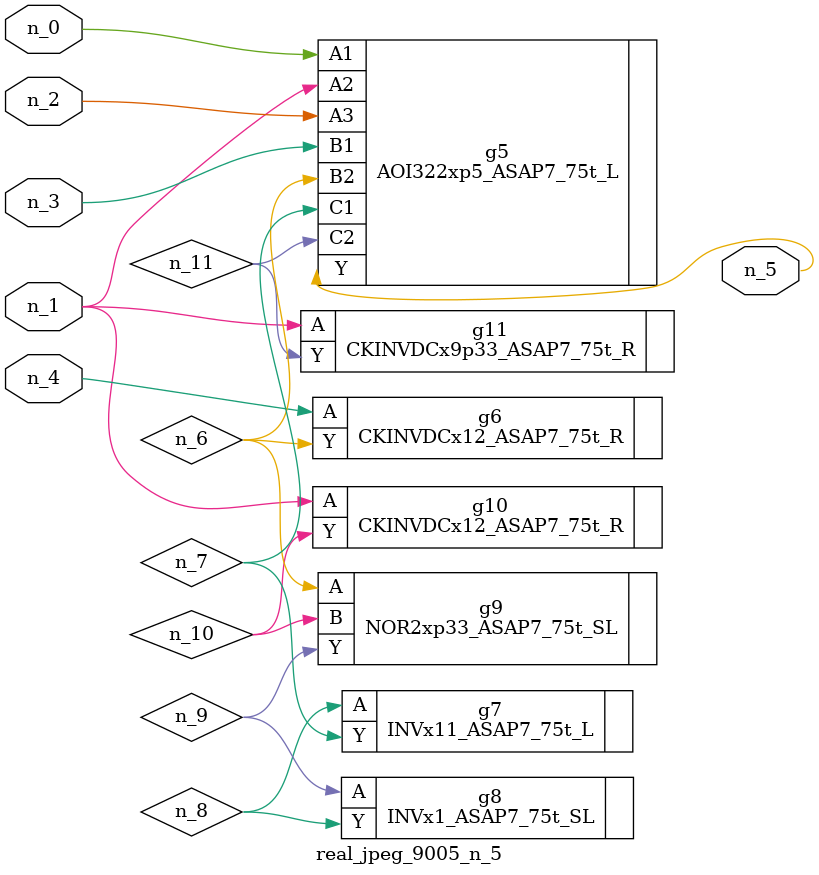
<source format=v>
module real_jpeg_9005_n_5 (n_4, n_0, n_1, n_2, n_3, n_5);

input n_4;
input n_0;
input n_1;
input n_2;
input n_3;

output n_5;

wire n_8;
wire n_11;
wire n_6;
wire n_7;
wire n_10;
wire n_9;

AOI322xp5_ASAP7_75t_L g5 ( 
.A1(n_0),
.A2(n_1),
.A3(n_2),
.B1(n_3),
.B2(n_6),
.C1(n_7),
.C2(n_11),
.Y(n_5)
);

CKINVDCx12_ASAP7_75t_R g10 ( 
.A(n_1),
.Y(n_10)
);

CKINVDCx9p33_ASAP7_75t_R g11 ( 
.A(n_1),
.Y(n_11)
);

CKINVDCx12_ASAP7_75t_R g6 ( 
.A(n_4),
.Y(n_6)
);

NOR2xp33_ASAP7_75t_SL g9 ( 
.A(n_6),
.B(n_10),
.Y(n_9)
);

INVx11_ASAP7_75t_L g7 ( 
.A(n_8),
.Y(n_7)
);

INVx1_ASAP7_75t_SL g8 ( 
.A(n_9),
.Y(n_8)
);


endmodule
</source>
